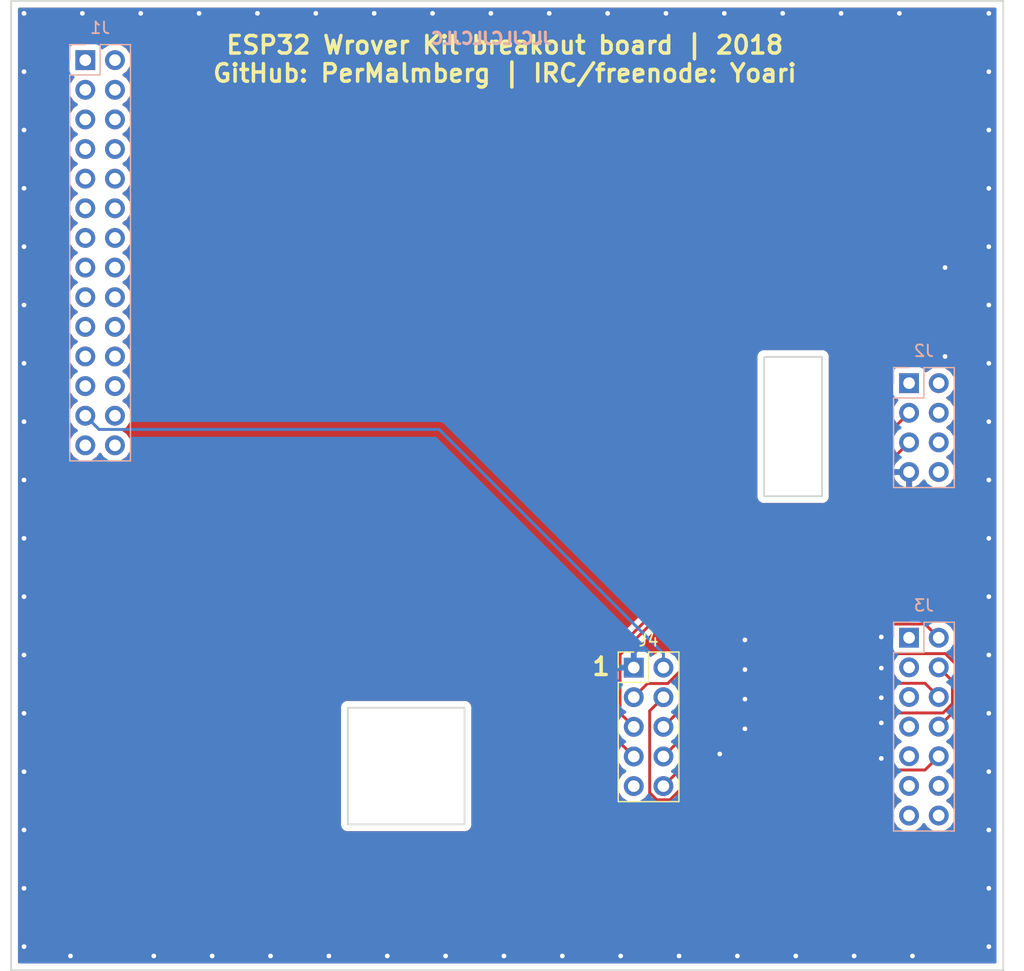
<source format=kicad_pcb>
(kicad_pcb (version 20171130) (host pcbnew 5.0.0-fee4fd1~66~ubuntu18.04.1)

  (general
    (thickness 1.6)
    (drawings 15)
    (tracks 125)
    (zones 0)
    (modules 4)
    (nets 52)
  )

  (page A4)
  (layers
    (0 F.Cu signal)
    (31 B.Cu signal)
    (32 B.Adhes user)
    (33 F.Adhes user)
    (34 B.Paste user)
    (35 F.Paste user)
    (36 B.SilkS user)
    (37 F.SilkS user)
    (38 B.Mask user)
    (39 F.Mask user)
    (40 Dwgs.User user)
    (41 Cmts.User user)
    (42 Eco1.User user)
    (43 Eco2.User user)
    (44 Edge.Cuts user)
    (45 Margin user)
    (46 B.CrtYd user)
    (47 F.CrtYd user)
    (48 B.Fab user)
    (49 F.Fab user)
  )

  (setup
    (last_trace_width 0.25)
    (trace_clearance 0.2)
    (zone_clearance 0.508)
    (zone_45_only no)
    (trace_min 0.2)
    (segment_width 0.2)
    (edge_width 0.15)
    (via_size 0.8)
    (via_drill 0.4)
    (via_min_size 0.4)
    (via_min_drill 0.3)
    (uvia_size 0.3)
    (uvia_drill 0.1)
    (uvias_allowed no)
    (uvia_min_size 0.2)
    (uvia_min_drill 0.1)
    (pcb_text_width 0.3)
    (pcb_text_size 1.5 1.5)
    (mod_edge_width 0.15)
    (mod_text_size 1 1)
    (mod_text_width 0.15)
    (pad_size 1.524 1.524)
    (pad_drill 0.762)
    (pad_to_mask_clearance 0.2)
    (aux_axis_origin 0 0)
    (grid_origin 50 133.1)
    (visible_elements 7FFFFFFF)
    (pcbplotparams
      (layerselection 0x010fc_ffffffff)
      (usegerberextensions false)
      (usegerberattributes false)
      (usegerberadvancedattributes false)
      (creategerberjobfile false)
      (excludeedgelayer true)
      (linewidth 0.100000)
      (plotframeref false)
      (viasonmask false)
      (mode 1)
      (useauxorigin false)
      (hpglpennumber 1)
      (hpglpenspeed 20)
      (hpglpendiameter 15.000000)
      (psnegative false)
      (psa4output false)
      (plotreference true)
      (plotvalue true)
      (plotinvisibletext false)
      (padsonsilk false)
      (subtractmaskfromsilk false)
      (outputformat 1)
      (mirror false)
      (drillshape 0)
      (scaleselection 1)
      (outputdirectory "PCB Manufacturing/"))
  )

  (net 0 "")
  (net 1 /MTCK)
  (net 2 /MTDI)
  (net 3 /MTDO)
  (net 4 /MTMS)
  (net 5 GND)
  (net 6 /CH_Enable)
  (net 7 /IO0_Boot_option)
  (net 8 /RDX)
  (net 9 /TDX)
  (net 10 "Net-(J1-Pad28)")
  (net 11 "Net-(J1-Pad27)")
  (net 12 "Net-(J1-Pad26)")
  (net 13 "Net-(J1-Pad24)")
  (net 14 "Net-(J1-Pad23)")
  (net 15 "Net-(J1-Pad22)")
  (net 16 "Net-(J1-Pad21)")
  (net 17 "Net-(J1-Pad20)")
  (net 18 "Net-(J1-Pad19)")
  (net 19 "Net-(J1-Pad18)")
  (net 20 "Net-(J1-Pad17)")
  (net 21 "Net-(J1-Pad16)")
  (net 22 "Net-(J1-Pad15)")
  (net 23 "Net-(J1-Pad14)")
  (net 24 "Net-(J1-Pad13)")
  (net 25 "Net-(J1-Pad12)")
  (net 26 "Net-(J1-Pad11)")
  (net 27 "Net-(J1-Pad10)")
  (net 28 "Net-(J1-Pad9)")
  (net 29 "Net-(J1-Pad8)")
  (net 30 "Net-(J1-Pad7)")
  (net 31 "Net-(J1-Pad6)")
  (net 32 "Net-(J1-Pad5)")
  (net 33 "Net-(J1-Pad4)")
  (net 34 "Net-(J1-Pad3)")
  (net 35 "Net-(J1-Pad2)")
  (net 36 "Net-(J1-Pad1)")
  (net 37 "Net-(J3-Pad14)")
  (net 38 "Net-(J3-Pad13)")
  (net 39 "Net-(J3-Pad12)")
  (net 40 "Net-(J3-Pad11)")
  (net 41 "Net-(J2-Pad1)")
  (net 42 "Net-(J2-Pad2)")
  (net 43 "Net-(J2-Pad4)")
  (net 44 "Net-(J2-Pad6)")
  (net 45 "Net-(J2-Pad8)")
  (net 46 "Net-(J4-Pad9)")
  (net 47 "Net-(J3-Pad9)")
  (net 48 "Net-(J3-Pad7)")
  (net 49 "Net-(J3-Pad5)")
  (net 50 "Net-(J3-Pad3)")
  (net 51 "Net-(J3-Pad1)")

  (net_class Default "This is the default net class."
    (clearance 0.2)
    (trace_width 0.25)
    (via_dia 0.8)
    (via_drill 0.4)
    (uvia_dia 0.3)
    (uvia_drill 0.1)
    (add_net /CH_Enable)
    (add_net /IO0_Boot_option)
    (add_net /MTCK)
    (add_net /MTDI)
    (add_net /MTDO)
    (add_net /MTMS)
    (add_net /RDX)
    (add_net /TDX)
    (add_net GND)
    (add_net "Net-(J1-Pad1)")
    (add_net "Net-(J1-Pad10)")
    (add_net "Net-(J1-Pad11)")
    (add_net "Net-(J1-Pad12)")
    (add_net "Net-(J1-Pad13)")
    (add_net "Net-(J1-Pad14)")
    (add_net "Net-(J1-Pad15)")
    (add_net "Net-(J1-Pad16)")
    (add_net "Net-(J1-Pad17)")
    (add_net "Net-(J1-Pad18)")
    (add_net "Net-(J1-Pad19)")
    (add_net "Net-(J1-Pad2)")
    (add_net "Net-(J1-Pad20)")
    (add_net "Net-(J1-Pad21)")
    (add_net "Net-(J1-Pad22)")
    (add_net "Net-(J1-Pad23)")
    (add_net "Net-(J1-Pad24)")
    (add_net "Net-(J1-Pad26)")
    (add_net "Net-(J1-Pad27)")
    (add_net "Net-(J1-Pad28)")
    (add_net "Net-(J1-Pad3)")
    (add_net "Net-(J1-Pad4)")
    (add_net "Net-(J1-Pad5)")
    (add_net "Net-(J1-Pad6)")
    (add_net "Net-(J1-Pad7)")
    (add_net "Net-(J1-Pad8)")
    (add_net "Net-(J1-Pad9)")
    (add_net "Net-(J2-Pad1)")
    (add_net "Net-(J2-Pad2)")
    (add_net "Net-(J2-Pad4)")
    (add_net "Net-(J2-Pad6)")
    (add_net "Net-(J2-Pad8)")
    (add_net "Net-(J3-Pad1)")
    (add_net "Net-(J3-Pad11)")
    (add_net "Net-(J3-Pad12)")
    (add_net "Net-(J3-Pad13)")
    (add_net "Net-(J3-Pad14)")
    (add_net "Net-(J3-Pad3)")
    (add_net "Net-(J3-Pad5)")
    (add_net "Net-(J3-Pad7)")
    (add_net "Net-(J3-Pad9)")
    (add_net "Net-(J4-Pad9)")
  )

  (module Connector_PinSocket_2.54mm:PinSocket_2x07_P2.54mm_Vertical (layer B.Cu) (tedit 5BBFA31B) (tstamp 5BB8C0D7)
    (at 126.929 104.592 180)
    (descr "Through hole straight socket strip, 2x07, 2.54mm pitch, double cols (from Kicad 4.0.7), script generated")
    (tags "Through hole socket strip THT 2x07 2.54mm double row")
    (path /5B942D20)
    (fp_text reference J3 (at -1.27 2.77 180) (layer B.SilkS)
      (effects (font (size 1 1) (thickness 0.15)) (justify mirror))
    )
    (fp_text value Conn_02x07_Odd_Even (at -1.27 -18.01 180) (layer B.Fab)
      (effects (font (size 1 1) (thickness 0.15)) (justify mirror))
    )
    (fp_text user %R (at -1.27 -7.62 90) (layer B.Fab)
      (effects (font (size 1 1) (thickness 0.15)) (justify mirror))
    )
    (fp_line (start -4.34 -17) (end -4.34 1.8) (layer B.CrtYd) (width 0.05))
    (fp_line (start 1.76 -17) (end -4.34 -17) (layer B.CrtYd) (width 0.05))
    (fp_line (start 1.76 1.8) (end 1.76 -17) (layer B.CrtYd) (width 0.05))
    (fp_line (start -4.34 1.8) (end 1.76 1.8) (layer B.CrtYd) (width 0.05))
    (fp_line (start 0 1.33) (end 1.33 1.33) (layer B.SilkS) (width 0.12))
    (fp_line (start 1.33 1.33) (end 1.33 0) (layer B.SilkS) (width 0.12))
    (fp_line (start -1.27 1.33) (end -1.27 -1.27) (layer B.SilkS) (width 0.12))
    (fp_line (start -1.27 -1.27) (end 1.33 -1.27) (layer B.SilkS) (width 0.12))
    (fp_line (start 1.33 -1.27) (end 1.33 -16.57) (layer B.SilkS) (width 0.12))
    (fp_line (start -3.87 -16.57) (end 1.33 -16.57) (layer B.SilkS) (width 0.12))
    (fp_line (start -3.87 1.33) (end -3.87 -16.57) (layer B.SilkS) (width 0.12))
    (fp_line (start -3.87 1.33) (end -1.27 1.33) (layer B.SilkS) (width 0.12))
    (fp_line (start -3.81 -16.51) (end -3.81 1.27) (layer B.Fab) (width 0.1))
    (fp_line (start 1.27 -16.51) (end -3.81 -16.51) (layer B.Fab) (width 0.1))
    (fp_line (start 1.27 0.27) (end 1.27 -16.51) (layer B.Fab) (width 0.1))
    (fp_line (start 0.27 1.27) (end 1.27 0.27) (layer B.Fab) (width 0.1))
    (fp_line (start -3.81 1.27) (end 0.27 1.27) (layer B.Fab) (width 0.1))
    (pad 14 thru_hole oval (at -2.54 -15.24 180) (size 1.7 1.7) (drill 1) (layers *.Cu *.Mask)
      (net 37 "Net-(J3-Pad14)"))
    (pad 13 thru_hole oval (at 0 -15.24 180) (size 1.7 1.7) (drill 1) (layers *.Cu *.Mask)
      (net 38 "Net-(J3-Pad13)"))
    (pad 12 thru_hole oval (at -2.54 -12.7 180) (size 1.7 1.7) (drill 1) (layers *.Cu *.Mask)
      (net 39 "Net-(J3-Pad12)"))
    (pad 11 thru_hole oval (at 0 -12.7 180) (size 1.7 1.7) (drill 1) (layers *.Cu *.Mask)
      (net 40 "Net-(J3-Pad11)"))
    (pad 10 thru_hole oval (at -2.54 -10.16 180) (size 1.7 1.7) (drill 1) (layers *.Cu *.Mask)
      (net 1 /MTCK))
    (pad 9 thru_hole oval (at 0 -10.16 180) (size 1.7 1.7) (drill 1) (layers *.Cu *.Mask)
      (net 47 "Net-(J3-Pad9)"))
    (pad 8 thru_hole oval (at -2.54 -7.62 180) (size 1.7 1.7) (drill 1) (layers *.Cu *.Mask)
      (net 2 /MTDI))
    (pad 7 thru_hole oval (at 0 -7.62 180) (size 1.7 1.7) (drill 1) (layers *.Cu *.Mask)
      (net 48 "Net-(J3-Pad7)"))
    (pad 6 thru_hole oval (at -2.54 -5.08 180) (size 1.7 1.7) (drill 1) (layers *.Cu *.Mask)
      (net 3 /MTDO))
    (pad 5 thru_hole oval (at 0 -5.08 180) (size 1.7 1.7) (drill 1) (layers *.Cu *.Mask)
      (net 49 "Net-(J3-Pad5)"))
    (pad 4 thru_hole oval (at -2.54 -2.54 180) (size 1.7 1.7) (drill 1) (layers *.Cu *.Mask)
      (net 4 /MTMS))
    (pad 3 thru_hole oval (at 0 -2.54 180) (size 1.7 1.7) (drill 1) (layers *.Cu *.Mask)
      (net 50 "Net-(J3-Pad3)"))
    (pad 2 thru_hole oval (at -2.54 0 180) (size 1.7 1.7) (drill 1) (layers *.Cu *.Mask)
      (net 6 /CH_Enable))
    (pad 1 thru_hole rect (at 0 0 180) (size 1.7 1.7) (drill 1) (layers *.Cu *.Mask)
      (net 51 "Net-(J3-Pad1)"))
    (model ${KISYS3DMOD}/Connector_PinSocket_2.54mm.3dshapes/PinSocket_2x07_P2.54mm_Vertical.wrl
      (at (xyz 0 0 0))
      (scale (xyz 1 1 1))
      (rotate (xyz 0 0 0))
    )
  )

  (module Connector_PinSocket_2.54mm:PinSocket_2x14_P2.54mm_Vertical (layer B.Cu) (tedit 5BBF91F3) (tstamp 5B9566E0)
    (at 56.35 55.08 180)
    (descr "Through hole straight socket strip, 2x14, 2.54mm pitch, double cols (from Kicad 4.0.7), script generated")
    (tags "Through hole socket strip THT 2x14 2.54mm double row")
    (path /5B94253C)
    (fp_text reference J1 (at -1.27 2.77 180) (layer B.SilkS)
      (effects (font (size 1 1) (thickness 0.15)) (justify mirror))
    )
    (fp_text value Conn_02x14_Odd_Even (at -1.27 -35.79 180) (layer B.Fab)
      (effects (font (size 1 1) (thickness 0.15)) (justify mirror))
    )
    (fp_text user %R (at -1.27 -16.51 90) (layer B.Fab)
      (effects (font (size 1 1) (thickness 0.15)) (justify mirror))
    )
    (fp_line (start -4.34 -34.8) (end -4.34 1.8) (layer B.CrtYd) (width 0.05))
    (fp_line (start 1.76 -34.8) (end -4.34 -34.8) (layer B.CrtYd) (width 0.05))
    (fp_line (start 1.76 1.8) (end 1.76 -34.8) (layer B.CrtYd) (width 0.05))
    (fp_line (start -4.34 1.8) (end 1.76 1.8) (layer B.CrtYd) (width 0.05))
    (fp_line (start 0 1.33) (end 1.33 1.33) (layer B.SilkS) (width 0.12))
    (fp_line (start 1.33 1.33) (end 1.33 0) (layer B.SilkS) (width 0.12))
    (fp_line (start -1.27 1.33) (end -1.27 -1.27) (layer B.SilkS) (width 0.12))
    (fp_line (start -1.27 -1.27) (end 1.33 -1.27) (layer B.SilkS) (width 0.12))
    (fp_line (start 1.33 -1.27) (end 1.33 -34.35) (layer B.SilkS) (width 0.12))
    (fp_line (start -3.87 -34.35) (end 1.33 -34.35) (layer B.SilkS) (width 0.12))
    (fp_line (start -3.87 1.33) (end -3.87 -34.35) (layer B.SilkS) (width 0.12))
    (fp_line (start -3.87 1.33) (end -1.27 1.33) (layer B.SilkS) (width 0.12))
    (fp_line (start -3.81 -34.29) (end -3.81 1.27) (layer B.Fab) (width 0.1))
    (fp_line (start 1.27 -34.29) (end -3.81 -34.29) (layer B.Fab) (width 0.1))
    (fp_line (start 1.27 0.27) (end 1.27 -34.29) (layer B.Fab) (width 0.1))
    (fp_line (start 0.27 1.27) (end 1.27 0.27) (layer B.Fab) (width 0.1))
    (fp_line (start -3.81 1.27) (end 0.27 1.27) (layer B.Fab) (width 0.1))
    (pad 28 thru_hole oval (at -2.54 -33.02 180) (size 1.7 1.7) (drill 1) (layers *.Cu *.Mask)
      (net 10 "Net-(J1-Pad28)"))
    (pad 27 thru_hole oval (at 0 -33.02 180) (size 1.7 1.7) (drill 1) (layers *.Cu *.Mask)
      (net 11 "Net-(J1-Pad27)"))
    (pad 26 thru_hole oval (at -2.54 -30.48 180) (size 1.7 1.7) (drill 1) (layers *.Cu *.Mask)
      (net 12 "Net-(J1-Pad26)"))
    (pad 25 thru_hole oval (at 0 -30.48 180) (size 1.7 1.7) (drill 1) (layers *.Cu *.Mask)
      (net 7 /IO0_Boot_option))
    (pad 24 thru_hole oval (at -2.54 -27.94 180) (size 1.7 1.7) (drill 1) (layers *.Cu *.Mask)
      (net 13 "Net-(J1-Pad24)"))
    (pad 23 thru_hole oval (at 0 -27.94 180) (size 1.7 1.7) (drill 1) (layers *.Cu *.Mask)
      (net 14 "Net-(J1-Pad23)"))
    (pad 22 thru_hole oval (at -2.54 -25.4 180) (size 1.7 1.7) (drill 1) (layers *.Cu *.Mask)
      (net 15 "Net-(J1-Pad22)"))
    (pad 21 thru_hole oval (at 0 -25.4 180) (size 1.7 1.7) (drill 1) (layers *.Cu *.Mask)
      (net 16 "Net-(J1-Pad21)"))
    (pad 20 thru_hole oval (at -2.54 -22.86 180) (size 1.7 1.7) (drill 1) (layers *.Cu *.Mask)
      (net 17 "Net-(J1-Pad20)"))
    (pad 19 thru_hole oval (at 0 -22.86 180) (size 1.7 1.7) (drill 1) (layers *.Cu *.Mask)
      (net 18 "Net-(J1-Pad19)"))
    (pad 18 thru_hole oval (at -2.54 -20.32 180) (size 1.7 1.7) (drill 1) (layers *.Cu *.Mask)
      (net 19 "Net-(J1-Pad18)"))
    (pad 17 thru_hole oval (at 0 -20.32 180) (size 1.7 1.7) (drill 1) (layers *.Cu *.Mask)
      (net 20 "Net-(J1-Pad17)"))
    (pad 16 thru_hole oval (at -2.54 -17.78 180) (size 1.7 1.7) (drill 1) (layers *.Cu *.Mask)
      (net 21 "Net-(J1-Pad16)"))
    (pad 15 thru_hole oval (at 0 -17.78 180) (size 1.7 1.7) (drill 1) (layers *.Cu *.Mask)
      (net 22 "Net-(J1-Pad15)"))
    (pad 14 thru_hole oval (at -2.54 -15.24 180) (size 1.7 1.7) (drill 1) (layers *.Cu *.Mask)
      (net 23 "Net-(J1-Pad14)"))
    (pad 13 thru_hole oval (at 0 -15.24 180) (size 1.7 1.7) (drill 1) (layers *.Cu *.Mask)
      (net 24 "Net-(J1-Pad13)"))
    (pad 12 thru_hole oval (at -2.54 -12.7 180) (size 1.7 1.7) (drill 1) (layers *.Cu *.Mask)
      (net 25 "Net-(J1-Pad12)"))
    (pad 11 thru_hole oval (at 0 -12.7 180) (size 1.7 1.7) (drill 1) (layers *.Cu *.Mask)
      (net 26 "Net-(J1-Pad11)"))
    (pad 10 thru_hole oval (at -2.54 -10.16 180) (size 1.7 1.7) (drill 1) (layers *.Cu *.Mask)
      (net 27 "Net-(J1-Pad10)"))
    (pad 9 thru_hole oval (at 0 -10.16 180) (size 1.7 1.7) (drill 1) (layers *.Cu *.Mask)
      (net 28 "Net-(J1-Pad9)"))
    (pad 8 thru_hole oval (at -2.54 -7.62 180) (size 1.7 1.7) (drill 1) (layers *.Cu *.Mask)
      (net 29 "Net-(J1-Pad8)"))
    (pad 7 thru_hole oval (at 0 -7.62 180) (size 1.7 1.7) (drill 1) (layers *.Cu *.Mask)
      (net 30 "Net-(J1-Pad7)"))
    (pad 6 thru_hole oval (at -2.54 -5.08 180) (size 1.7 1.7) (drill 1) (layers *.Cu *.Mask)
      (net 31 "Net-(J1-Pad6)"))
    (pad 5 thru_hole oval (at 0 -5.08 180) (size 1.7 1.7) (drill 1) (layers *.Cu *.Mask)
      (net 32 "Net-(J1-Pad5)"))
    (pad 4 thru_hole oval (at -2.54 -2.54 180) (size 1.7 1.7) (drill 1) (layers *.Cu *.Mask)
      (net 33 "Net-(J1-Pad4)"))
    (pad 3 thru_hole oval (at 0 -2.54 180) (size 1.7 1.7) (drill 1) (layers *.Cu *.Mask)
      (net 34 "Net-(J1-Pad3)"))
    (pad 2 thru_hole oval (at -2.54 0 180) (size 1.7 1.7) (drill 1) (layers *.Cu *.Mask)
      (net 35 "Net-(J1-Pad2)"))
    (pad 1 thru_hole rect (at 0 0 180) (size 1.7 1.7) (drill 1) (layers *.Cu *.Mask)
      (net 36 "Net-(J1-Pad1)"))
    (model ${KISYS3DMOD}/Connector_PinSocket_2.54mm.3dshapes/PinSocket_2x14_P2.54mm_Vertical.wrl
      (at (xyz 0 0 0))
      (scale (xyz 1 1 1))
      (rotate (xyz 0 0 0))
    )
  )

  (module Connector_PinHeader_2.54mm:PinHeader_2x05_P2.54mm_Vertical (layer F.Cu) (tedit 5BBF920C) (tstamp 5B942CFC)
    (at 103.34 107.15)
    (descr "Through hole straight pin header, 2x05, 2.54mm pitch, double rows")
    (tags "Through hole pin header THT 2x05 2.54mm double row")
    (path /5B8C18D4)
    (fp_text reference J4 (at 1.27 -2.33) (layer F.SilkS)
      (effects (font (size 1 1) (thickness 0.15)))
    )
    (fp_text value Conn_02x05_Odd_Even (at 1.27 12.49) (layer F.Fab)
      (effects (font (size 1 1) (thickness 0.15)))
    )
    (fp_line (start 0 -1.27) (end 3.81 -1.27) (layer F.Fab) (width 0.1))
    (fp_line (start 3.81 -1.27) (end 3.81 11.43) (layer F.Fab) (width 0.1))
    (fp_line (start 3.81 11.43) (end -1.27 11.43) (layer F.Fab) (width 0.1))
    (fp_line (start -1.27 11.43) (end -1.27 0) (layer F.Fab) (width 0.1))
    (fp_line (start -1.27 0) (end 0 -1.27) (layer F.Fab) (width 0.1))
    (fp_line (start -1.33 11.49) (end 3.87 11.49) (layer F.SilkS) (width 0.12))
    (fp_line (start -1.33 1.27) (end -1.33 11.49) (layer F.SilkS) (width 0.12))
    (fp_line (start 3.87 -1.33) (end 3.87 11.49) (layer F.SilkS) (width 0.12))
    (fp_line (start -1.33 1.27) (end 1.27 1.27) (layer F.SilkS) (width 0.12))
    (fp_line (start 1.27 1.27) (end 1.27 -1.33) (layer F.SilkS) (width 0.12))
    (fp_line (start 1.27 -1.33) (end 3.87 -1.33) (layer F.SilkS) (width 0.12))
    (fp_line (start -1.33 0) (end -1.33 -1.33) (layer F.SilkS) (width 0.12))
    (fp_line (start -1.33 -1.33) (end 0 -1.33) (layer F.SilkS) (width 0.12))
    (fp_line (start -1.8 -1.8) (end -1.8 11.95) (layer F.CrtYd) (width 0.05))
    (fp_line (start -1.8 11.95) (end 4.35 11.95) (layer F.CrtYd) (width 0.05))
    (fp_line (start 4.35 11.95) (end 4.35 -1.8) (layer F.CrtYd) (width 0.05))
    (fp_line (start 4.35 -1.8) (end -1.8 -1.8) (layer F.CrtYd) (width 0.05))
    (fp_text user %R (at 1.27 5.08 -270) (layer F.Fab)
      (effects (font (size 1 1) (thickness 0.15)))
    )
    (pad 1 thru_hole rect (at 0 0) (size 1.7 1.7) (drill 1) (layers *.Cu *.Mask)
      (net 5 GND))
    (pad 2 thru_hole oval (at 2.54 0) (size 1.7 1.7) (drill 1) (layers *.Cu *.Mask)
      (net 7 /IO0_Boot_option))
    (pad 3 thru_hole oval (at 0 2.54) (size 1.7 1.7) (drill 1) (layers *.Cu *.Mask)
      (net 6 /CH_Enable))
    (pad 4 thru_hole oval (at 2.54 2.54) (size 1.7 1.7) (drill 1) (layers *.Cu *.Mask)
      (net 1 /MTCK))
    (pad 5 thru_hole oval (at 0 5.08) (size 1.7 1.7) (drill 1) (layers *.Cu *.Mask)
      (net 9 /TDX))
    (pad 6 thru_hole oval (at 2.54 5.08) (size 1.7 1.7) (drill 1) (layers *.Cu *.Mask)
      (net 2 /MTDI))
    (pad 7 thru_hole oval (at 0 7.62) (size 1.7 1.7) (drill 1) (layers *.Cu *.Mask)
      (net 8 /RDX))
    (pad 8 thru_hole oval (at 2.54 7.62) (size 1.7 1.7) (drill 1) (layers *.Cu *.Mask)
      (net 3 /MTDO))
    (pad 9 thru_hole oval (at 0 10.16) (size 1.7 1.7) (drill 1) (layers *.Cu *.Mask)
      (net 46 "Net-(J4-Pad9)"))
    (pad 10 thru_hole oval (at 2.54 10.16) (size 1.7 1.7) (drill 1) (layers *.Cu *.Mask)
      (net 4 /MTMS))
    (model ${KISYS3DMOD}/Connector_PinHeader_2.54mm.3dshapes/PinHeader_2x05_P2.54mm_Vertical.wrl
      (at (xyz 0 0 0))
      (scale (xyz 1 1 1))
      (rotate (xyz 0 0 0))
    )
  )

  (module Connector_PinSocket_2.54mm:PinSocket_2x04_P2.54mm_Vertical (layer B.Cu) (tedit 5BBF91FF) (tstamp 5B942C98)
    (at 126.929 82.767 180)
    (descr "Through hole straight socket strip, 2x04, 2.54mm pitch, double cols (from Kicad 4.0.7), script generated")
    (tags "Through hole socket strip THT 2x04 2.54mm double row")
    (path /5B942BB4)
    (fp_text reference J2 (at -1.27 2.77 180) (layer B.SilkS)
      (effects (font (size 1 1) (thickness 0.15)) (justify mirror))
    )
    (fp_text value Conn_02x04_Odd_Even (at -1.27 -10.39 180) (layer B.Fab)
      (effects (font (size 1 1) (thickness 0.15)) (justify mirror))
    )
    (fp_line (start -3.81 1.27) (end 0.27 1.27) (layer B.Fab) (width 0.1))
    (fp_line (start 0.27 1.27) (end 1.27 0.27) (layer B.Fab) (width 0.1))
    (fp_line (start 1.27 0.27) (end 1.27 -8.89) (layer B.Fab) (width 0.1))
    (fp_line (start 1.27 -8.89) (end -3.81 -8.89) (layer B.Fab) (width 0.1))
    (fp_line (start -3.81 -8.89) (end -3.81 1.27) (layer B.Fab) (width 0.1))
    (fp_line (start -3.87 1.33) (end -1.27 1.33) (layer B.SilkS) (width 0.12))
    (fp_line (start -3.87 1.33) (end -3.87 -8.95) (layer B.SilkS) (width 0.12))
    (fp_line (start -3.87 -8.95) (end 1.33 -8.95) (layer B.SilkS) (width 0.12))
    (fp_line (start 1.33 -1.27) (end 1.33 -8.95) (layer B.SilkS) (width 0.12))
    (fp_line (start -1.27 -1.27) (end 1.33 -1.27) (layer B.SilkS) (width 0.12))
    (fp_line (start -1.27 1.33) (end -1.27 -1.27) (layer B.SilkS) (width 0.12))
    (fp_line (start 1.33 1.33) (end 1.33 0) (layer B.SilkS) (width 0.12))
    (fp_line (start 0 1.33) (end 1.33 1.33) (layer B.SilkS) (width 0.12))
    (fp_line (start -4.34 1.8) (end 1.76 1.8) (layer B.CrtYd) (width 0.05))
    (fp_line (start 1.76 1.8) (end 1.76 -9.4) (layer B.CrtYd) (width 0.05))
    (fp_line (start 1.76 -9.4) (end -4.34 -9.4) (layer B.CrtYd) (width 0.05))
    (fp_line (start -4.34 -9.4) (end -4.34 1.8) (layer B.CrtYd) (width 0.05))
    (fp_text user %R (at -1.27 -3.81 90) (layer B.Fab)
      (effects (font (size 1 1) (thickness 0.15)) (justify mirror))
    )
    (pad 1 thru_hole rect (at 0 0 180) (size 1.7 1.7) (drill 1) (layers *.Cu *.Mask)
      (net 41 "Net-(J2-Pad1)"))
    (pad 2 thru_hole oval (at -2.54 0 180) (size 1.7 1.7) (drill 1) (layers *.Cu *.Mask)
      (net 42 "Net-(J2-Pad2)"))
    (pad 3 thru_hole oval (at 0 -2.54 180) (size 1.7 1.7) (drill 1) (layers *.Cu *.Mask)
      (net 8 /RDX))
    (pad 4 thru_hole oval (at -2.54 -2.54 180) (size 1.7 1.7) (drill 1) (layers *.Cu *.Mask)
      (net 43 "Net-(J2-Pad4)"))
    (pad 5 thru_hole oval (at 0 -5.08 180) (size 1.7 1.7) (drill 1) (layers *.Cu *.Mask)
      (net 9 /TDX))
    (pad 6 thru_hole oval (at -2.54 -5.08 180) (size 1.7 1.7) (drill 1) (layers *.Cu *.Mask)
      (net 44 "Net-(J2-Pad6)"))
    (pad 7 thru_hole oval (at 0 -7.62 180) (size 1.7 1.7) (drill 1) (layers *.Cu *.Mask)
      (net 5 GND))
    (pad 8 thru_hole oval (at -2.54 -7.62 180) (size 1.7 1.7) (drill 1) (layers *.Cu *.Mask)
      (net 45 "Net-(J2-Pad8)"))
    (model ${KISYS3DMOD}/Connector_PinSocket_2.54mm.3dshapes/PinSocket_2x04_P2.54mm_Vertical.wrl
      (at (xyz 0 0 0))
      (scale (xyz 1 1 1))
      (rotate (xyz 0 0 0))
    )
  )

  (gr_text JLCJLCJLCJLC (at 91.148 53.217) (layer B.SilkS)
    (effects (font (size 1 1) (thickness 0.25)) (justify mirror))
  )
  (gr_text 1 (at 100.546 107.065) (layer F.SilkS)
    (effects (font (size 1.5 1.5) (thickness 0.3)))
  )
  (gr_text "ESP32 Wrover Kit breakout board | 2018\nGitHub: PerMalmberg | IRC/freenode: Yoari" (at 92.291 54.995) (layer F.SilkS)
    (effects (font (size 1.5 1.5) (thickness 0.3)))
  )
  (gr_line (start 114.516 80.522) (end 119.469 80.522) (layer Edge.Cuts) (width 0.15))
  (gr_line (start 114.516 92.46) (end 114.516 80.522) (layer Edge.Cuts) (width 0.15))
  (gr_line (start 119.469 92.46) (end 114.516 92.46) (layer Edge.Cuts) (width 0.15))
  (gr_line (start 119.469 80.522) (end 119.469 92.46) (layer Edge.Cuts) (width 0.15) (tstamp 5BBF90C9))
  (gr_line (start 78.843 120.593) (end 88.843 120.593) (layer Edge.Cuts) (width 0.15) (tstamp 5BAD94DC))
  (gr_line (start 88.843 110.593) (end 88.843 120.593) (layer Edge.Cuts) (width 0.15) (tstamp 5BAD94D9))
  (gr_line (start 78.843 110.593) (end 78.843 120.593) (layer Edge.Cuts) (width 0.15))
  (gr_line (start 78.843 110.593) (end 88.843 110.593) (layer Edge.Cuts) (width 0.15))
  (gr_line (start 50 133.1) (end 135 133.1) (layer Edge.Cuts) (width 0.15))
  (gr_line (start 135 50) (end 135 133.1) (layer Edge.Cuts) (width 0.15))
  (gr_line (start 50 50) (end 50 133.1) (layer Edge.Cuts) (width 0.15))
  (gr_line (start 50 50) (end 135 50) (layer Edge.Cuts) (width 0.15))

  (segment (start 105.030001 110.539999) (end 105.88 109.69) (width 0.25) (layer F.Cu) (net 1))
  (segment (start 104.704999 110.865001) (end 105.030001 110.539999) (width 0.25) (layer F.Cu) (net 1))
  (segment (start 104.704999 117.874001) (end 104.704999 110.865001) (width 0.25) (layer F.Cu) (net 1))
  (segment (start 105.315999 118.485001) (end 104.704999 117.874001) (width 0.25) (layer F.Cu) (net 1))
  (segment (start 106.444001 118.485001) (end 105.315999 118.485001) (width 0.25) (layer F.Cu) (net 1))
  (segment (start 109.002001 115.927001) (end 106.444001 118.485001) (width 0.25) (layer F.Cu) (net 1))
  (segment (start 128.293999 115.927001) (end 109.002001 115.927001) (width 0.25) (layer F.Cu) (net 1))
  (segment (start 129.469 114.752) (end 128.293999 115.927001) (width 0.25) (layer F.Cu) (net 1))
  (segment (start 106.729999 111.380001) (end 105.88 112.23) (width 0.25) (layer F.Cu) (net 2))
  (segment (start 112.153001 105.956999) (end 106.729999 111.380001) (width 0.25) (layer F.Cu) (net 2))
  (segment (start 130.033001 105.956999) (end 112.153001 105.956999) (width 0.25) (layer F.Cu) (net 2))
  (segment (start 131.094011 107.018009) (end 130.033001 105.956999) (width 0.25) (layer F.Cu) (net 2))
  (segment (start 131.094011 110.586989) (end 131.094011 107.018009) (width 0.25) (layer F.Cu) (net 2))
  (segment (start 129.469 112.212) (end 131.094011 110.586989) (width 0.25) (layer F.Cu) (net 2))
  (segment (start 128.293999 108.496999) (end 112.153001 108.496999) (width 0.25) (layer F.Cu) (net 3))
  (segment (start 106.729999 113.920001) (end 105.88 114.77) (width 0.25) (layer F.Cu) (net 3))
  (segment (start 112.153001 108.496999) (end 106.729999 113.920001) (width 0.25) (layer F.Cu) (net 3))
  (segment (start 129.469 109.672) (end 128.293999 108.496999) (width 0.25) (layer F.Cu) (net 3))
  (segment (start 106.729999 116.460001) (end 105.88 117.31) (width 0.25) (layer F.Cu) (net 4))
  (segment (start 130.644001 110.236001) (end 129.843003 111.036999) (width 0.25) (layer F.Cu) (net 4))
  (segment (start 130.644001 108.307001) (end 130.644001 110.236001) (width 0.25) (layer F.Cu) (net 4))
  (segment (start 112.153001 111.036999) (end 106.729999 116.460001) (width 0.25) (layer F.Cu) (net 4))
  (segment (start 129.843003 111.036999) (end 112.153001 111.036999) (width 0.25) (layer F.Cu) (net 4))
  (segment (start 129.469 107.132) (end 130.644001 108.307001) (width 0.25) (layer F.Cu) (net 4))
  (via (at 51.1 51.07) (size 0.8) (drill 0.4) (layers F.Cu B.Cu) (net 5))
  (via (at 56.1 51.07) (size 0.8) (drill 0.4) (layers F.Cu B.Cu) (net 5) (tstamp 5B9578E2))
  (via (at 61.1 51.07) (size 0.8) (drill 0.4) (layers F.Cu B.Cu) (net 5) (tstamp 5B9578E3))
  (via (at 66.1 51.07) (size 0.8) (drill 0.4) (layers F.Cu B.Cu) (net 5) (tstamp 5B9578E4))
  (via (at 71.1 51.07) (size 0.8) (drill 0.4) (layers F.Cu B.Cu) (net 5) (tstamp 5B9578E5))
  (via (at 76.1 51.07) (size 0.8) (drill 0.4) (layers F.Cu B.Cu) (net 5) (tstamp 5B9578E6))
  (via (at 81.1 51.07) (size 0.8) (drill 0.4) (layers F.Cu B.Cu) (net 5) (tstamp 5B9578E7))
  (via (at 86.1 51.07) (size 0.8) (drill 0.4) (layers F.Cu B.Cu) (net 5) (tstamp 5B9578E8))
  (via (at 91.1 51.07) (size 0.8) (drill 0.4) (layers F.Cu B.Cu) (net 5) (tstamp 5B9578E9))
  (via (at 96.1 51.07) (size 0.8) (drill 0.4) (layers F.Cu B.Cu) (net 5) (tstamp 5B9578EA))
  (via (at 101.1 51.07) (size 0.8) (drill 0.4) (layers F.Cu B.Cu) (net 5) (tstamp 5B9578EB))
  (via (at 106.1 51.07) (size 0.8) (drill 0.4) (layers F.Cu B.Cu) (net 5) (tstamp 5B9578EC))
  (via (at 111.1 51.07) (size 0.8) (drill 0.4) (layers F.Cu B.Cu) (net 5) (tstamp 5B9578ED))
  (via (at 116.1 51.07) (size 0.8) (drill 0.4) (layers F.Cu B.Cu) (net 5) (tstamp 5B9578EE))
  (via (at 121.1 51.07) (size 0.8) (drill 0.4) (layers F.Cu B.Cu) (net 5) (tstamp 5B9578EF))
  (via (at 126.1 51.07) (size 0.8) (drill 0.4) (layers F.Cu B.Cu) (net 5) (tstamp 5B9578F0))
  (via (at 51.1 131.07) (size 0.8) (drill 0.4) (layers F.Cu B.Cu) (net 5) (tstamp 5B957905))
  (via (at 62.22 131.87) (size 0.8) (drill 0.4) (layers F.Cu B.Cu) (net 5) (tstamp 5B95790E))
  (via (at 67.22 131.87) (size 0.8) (drill 0.4) (layers F.Cu B.Cu) (net 5) (tstamp 5B95790F))
  (via (at 72.22 131.87) (size 0.8) (drill 0.4) (layers F.Cu B.Cu) (net 5) (tstamp 5B957910))
  (via (at 77.22 131.87) (size 0.8) (drill 0.4) (layers F.Cu B.Cu) (net 5) (tstamp 5B957911))
  (via (at 82.22 131.87) (size 0.8) (drill 0.4) (layers F.Cu B.Cu) (net 5) (tstamp 5B957912))
  (via (at 87.22 131.87) (size 0.8) (drill 0.4) (layers F.Cu B.Cu) (net 5) (tstamp 5B957913))
  (via (at 92.22 131.87) (size 0.8) (drill 0.4) (layers F.Cu B.Cu) (net 5) (tstamp 5B957914))
  (via (at 97.22 131.87) (size 0.8) (drill 0.4) (layers F.Cu B.Cu) (net 5) (tstamp 5B957915))
  (via (at 102.22 131.87) (size 0.8) (drill 0.4) (layers F.Cu B.Cu) (net 5) (tstamp 5B957916))
  (via (at 107.22 131.87) (size 0.8) (drill 0.4) (layers F.Cu B.Cu) (net 5) (tstamp 5B957917))
  (via (at 112.22 131.87) (size 0.8) (drill 0.4) (layers F.Cu B.Cu) (net 5) (tstamp 5B957918))
  (via (at 122.22 131.87) (size 0.8) (drill 0.4) (layers F.Cu B.Cu) (net 5) (tstamp 5B95791A))
  (via (at 127.22 131.87) (size 0.8) (drill 0.4) (layers F.Cu B.Cu) (net 5) (tstamp 5B95791B))
  (via (at 133.76 51.07) (size 0.8) (drill 0.4) (layers F.Cu B.Cu) (net 5))
  (via (at 51.1 56.07) (size 0.8) (drill 0.4) (layers F.Cu B.Cu) (net 5) (tstamp 5BB8C5DE))
  (via (at 51.1 61.07) (size 0.8) (drill 0.4) (layers F.Cu B.Cu) (net 5) (tstamp 5BB8C5DF))
  (via (at 51.1 66.07) (size 0.8) (drill 0.4) (layers F.Cu B.Cu) (net 5) (tstamp 5BB8C5E0))
  (via (at 51.1 71.07) (size 0.8) (drill 0.4) (layers F.Cu B.Cu) (net 5) (tstamp 5BB8C5E1))
  (via (at 51.1 76.07) (size 0.8) (drill 0.4) (layers F.Cu B.Cu) (net 5) (tstamp 5BB8C5E2))
  (via (at 51.1 81.07) (size 0.8) (drill 0.4) (layers F.Cu B.Cu) (net 5) (tstamp 5BB8C5E3))
  (via (at 51.1 86.07) (size 0.8) (drill 0.4) (layers F.Cu B.Cu) (net 5) (tstamp 5BB8C5E4))
  (via (at 51.1 91.07) (size 0.8) (drill 0.4) (layers F.Cu B.Cu) (net 5) (tstamp 5BB8C5E5))
  (via (at 51.1 96.07) (size 0.8) (drill 0.4) (layers F.Cu B.Cu) (net 5) (tstamp 5BB8C5E6))
  (via (at 51.1 101.07) (size 0.8) (drill 0.4) (layers F.Cu B.Cu) (net 5) (tstamp 5BB8C5E7))
  (via (at 51.1 106.07) (size 0.8) (drill 0.4) (layers F.Cu B.Cu) (net 5) (tstamp 5BB8C5E8))
  (via (at 51.1 111.07) (size 0.8) (drill 0.4) (layers F.Cu B.Cu) (net 5) (tstamp 5BB8C5E9))
  (via (at 51.1 116.07) (size 0.8) (drill 0.4) (layers F.Cu B.Cu) (net 5) (tstamp 5BB8C5EA))
  (via (at 51.1 121.07) (size 0.8) (drill 0.4) (layers F.Cu B.Cu) (net 5) (tstamp 5BB8C5EB))
  (via (at 51.1 126.07) (size 0.8) (drill 0.4) (layers F.Cu B.Cu) (net 5) (tstamp 5BB8C5EC))
  (via (at 133.76 56.07) (size 0.8) (drill 0.4) (layers F.Cu B.Cu) (net 5) (tstamp 5BB8C5FA))
  (via (at 133.76 61.07) (size 0.8) (drill 0.4) (layers F.Cu B.Cu) (net 5) (tstamp 5BB8C5FB))
  (via (at 133.76 66.07) (size 0.8) (drill 0.4) (layers F.Cu B.Cu) (net 5) (tstamp 5BB8C5FC))
  (via (at 133.76 71.07) (size 0.8) (drill 0.4) (layers F.Cu B.Cu) (net 5) (tstamp 5BB8C5FD))
  (via (at 133.76 76.07) (size 0.8) (drill 0.4) (layers F.Cu B.Cu) (net 5) (tstamp 5BB8C5FE))
  (via (at 133.76 81.07) (size 0.8) (drill 0.4) (layers F.Cu B.Cu) (net 5) (tstamp 5BB8C5FF))
  (via (at 133.76 86.07) (size 0.8) (drill 0.4) (layers F.Cu B.Cu) (net 5) (tstamp 5BB8C600))
  (via (at 133.76 91.07) (size 0.8) (drill 0.4) (layers F.Cu B.Cu) (net 5) (tstamp 5BB8C601))
  (via (at 133.76 96.07) (size 0.8) (drill 0.4) (layers F.Cu B.Cu) (net 5) (tstamp 5BB8C602))
  (via (at 133.76 101.07) (size 0.8) (drill 0.4) (layers F.Cu B.Cu) (net 5) (tstamp 5BB8C603))
  (via (at 133.76 106.07) (size 0.8) (drill 0.4) (layers F.Cu B.Cu) (net 5) (tstamp 5BB8C604))
  (via (at 133.76 111.07) (size 0.8) (drill 0.4) (layers F.Cu B.Cu) (net 5) (tstamp 5BB8C605))
  (via (at 133.76 116.07) (size 0.8) (drill 0.4) (layers F.Cu B.Cu) (net 5) (tstamp 5BB8C606))
  (via (at 133.76 121.07) (size 0.8) (drill 0.4) (layers F.Cu B.Cu) (net 5) (tstamp 5BB8C607))
  (via (at 133.76 126.07) (size 0.8) (drill 0.4) (layers F.Cu B.Cu) (net 5) (tstamp 5BB8C608))
  (via (at 133.76 131.07) (size 0.8) (drill 0.4) (layers F.Cu B.Cu) (net 5) (tstamp 5BB8C609))
  (via (at 55.08 131.87) (size 0.8) (drill 0.4) (layers F.Cu B.Cu) (net 5) (tstamp 5BB8C6CF))
  (via (at 130.01 72.86) (size 0.8) (drill 0.4) (layers F.Cu B.Cu) (net 5))
  (via (at 130.01 80.48) (size 0.8) (drill 0.4) (layers F.Cu B.Cu) (net 5))
  (via (at 117.22 131.87) (size 0.8) (drill 0.4) (layers F.Cu B.Cu) (net 5) (tstamp 5BADA094))
  (via (at 112.865 112.399) (size 0.8) (drill 0.4) (layers F.Cu B.Cu) (net 5))
  (via (at 124.549 111.891) (size 0.8) (drill 0.4) (layers F.Cu B.Cu) (net 5))
  (via (at 124.549 114.939) (size 0.8) (drill 0.4) (layers F.Cu B.Cu) (net 5))
  (via (at 110.706 114.558) (size 0.8) (drill 0.4) (layers F.Cu B.Cu) (net 5))
  (via (at 112.865 109.859) (size 0.8) (drill 0.4) (layers F.Cu B.Cu) (net 5))
  (via (at 124.549 109.732) (size 0.8) (drill 0.4) (layers F.Cu B.Cu) (net 5))
  (via (at 124.549 107.192) (size 0.8) (drill 0.4) (layers F.Cu B.Cu) (net 5))
  (via (at 124.549 104.525) (size 0.8) (drill 0.4) (layers F.Cu B.Cu) (net 5))
  (via (at 112.865 104.779) (size 0.8) (drill 0.4) (layers F.Cu B.Cu) (net 5))
  (via (at 112.865 107.319) (size 0.8) (drill 0.4) (layers F.Cu B.Cu) (net 5))
  (segment (start 104.189999 108.840001) (end 103.34 109.69) (width 0.25) (layer F.Cu) (net 6))
  (segment (start 104.515001 108.514999) (end 104.189999 108.840001) (width 0.25) (layer F.Cu) (net 6))
  (segment (start 106.254003 108.514999) (end 104.515001 108.514999) (width 0.25) (layer F.Cu) (net 6))
  (segment (start 111.352003 103.416999) (end 106.254003 108.514999) (width 0.25) (layer F.Cu) (net 6))
  (segment (start 128.293999 103.416999) (end 111.352003 103.416999) (width 0.25) (layer F.Cu) (net 6))
  (segment (start 129.469 104.592) (end 128.293999 103.416999) (width 0.25) (layer F.Cu) (net 6))
  (segment (start 57.199999 86.409999) (end 56.35 85.56) (width 0.25) (layer B.Cu) (net 7) (status 30))
  (segment (start 57.525001 86.735001) (end 57.199999 86.409999) (width 0.25) (layer B.Cu) (net 7) (status 20))
  (segment (start 86.667082 86.735001) (end 57.525001 86.735001) (width 0.25) (layer B.Cu) (net 7))
  (segment (start 105.88 105.947919) (end 86.667082 86.735001) (width 0.25) (layer B.Cu) (net 7))
  (segment (start 105.88 107.15) (end 105.88 105.947919) (width 0.25) (layer B.Cu) (net 7) (status 10))
  (segment (start 125.311 86.925) (end 125.311 88.82859) (width 0.25) (layer F.Cu) (net 8))
  (segment (start 101.714989 113.144989) (end 102.490001 113.920001) (width 0.25) (layer F.Cu) (net 8))
  (segment (start 126.929 85.307) (end 125.311 86.925) (width 0.25) (layer F.Cu) (net 8))
  (segment (start 119.4626 94.67699) (end 112.80701 94.67699) (width 0.25) (layer F.Cu) (net 8))
  (segment (start 125.311 88.82859) (end 119.4626 94.67699) (width 0.25) (layer F.Cu) (net 8))
  (segment (start 102.490001 113.920001) (end 103.34 114.77) (width 0.25) (layer F.Cu) (net 8))
  (segment (start 101.714989 105.769011) (end 101.714989 113.144989) (width 0.25) (layer F.Cu) (net 8))
  (segment (start 112.80701 94.67699) (end 101.714989 105.769011) (width 0.25) (layer F.Cu) (net 8))
  (segment (start 102.490001 111.380001) (end 103.34 112.23) (width 0.25) (layer F.Cu) (net 9) (status 30))
  (segment (start 102.164999 106.039999) (end 102.164999 111.054999) (width 0.25) (layer F.Cu) (net 9))
  (segment (start 113.077998 95.127) (end 102.164999 106.039999) (width 0.25) (layer F.Cu) (net 9))
  (segment (start 126.929 87.847) (end 119.649 95.127) (width 0.25) (layer F.Cu) (net 9) (status 10))
  (segment (start 102.164999 111.054999) (end 102.490001 111.380001) (width 0.25) (layer F.Cu) (net 9) (status 20))
  (segment (start 119.649 95.127) (end 113.077998 95.127) (width 0.25) (layer F.Cu) (net 9))

  (zone (net 5) (net_name GND) (layer F.Cu) (tstamp 5BADA315) (hatch edge 0.508)
    (connect_pads (clearance 0.508))
    (min_thickness 0.254)
    (fill yes (arc_segments 16) (thermal_gap 0.508) (thermal_bridge_width 0.508))
    (polygon
      (pts
        (xy 50 50) (xy 135 50) (xy 135 133.1) (xy 50 133.1)
      )
    )
    (filled_polygon
      (pts
        (xy 134.290001 132.39) (xy 50.71 132.39) (xy 50.71 110.593) (xy 78.119091 110.593) (xy 78.133 110.662926)
        (xy 78.133001 120.523069) (xy 78.119091 120.593) (xy 78.174195 120.870028) (xy 78.331119 121.104881) (xy 78.565972 121.261805)
        (xy 78.773074 121.303) (xy 78.773075 121.303) (xy 78.843 121.316909) (xy 78.912926 121.303) (xy 88.773075 121.303)
        (xy 88.843 121.316909) (xy 89.120028 121.261805) (xy 89.354881 121.104881) (xy 89.511805 120.870028) (xy 89.553 120.662926)
        (xy 89.566909 120.593) (xy 89.553 120.523074) (xy 89.553 110.662926) (xy 89.566909 110.593) (xy 89.511805 110.315972)
        (xy 89.354881 110.081119) (xy 89.120028 109.924195) (xy 88.912926 109.883) (xy 88.912925 109.883) (xy 88.843 109.869091)
        (xy 88.773074 109.883) (xy 78.912925 109.883) (xy 78.843 109.869091) (xy 78.773074 109.883) (xy 78.565972 109.924195)
        (xy 78.331119 110.081119) (xy 78.174195 110.315972) (xy 78.119091 110.593) (xy 50.71 110.593) (xy 50.71 105.769011)
        (xy 100.940101 105.769011) (xy 100.954989 105.843858) (xy 100.95499 113.070137) (xy 100.940101 113.144989) (xy 100.95499 113.219841)
        (xy 100.985271 113.372072) (xy 100.999086 113.441526) (xy 101.124245 113.628839) (xy 101.167061 113.692918) (xy 101.230516 113.735318)
        (xy 101.898791 114.403593) (xy 101.825908 114.77) (xy 101.941161 115.349418) (xy 102.269375 115.840625) (xy 102.567761 116.04)
        (xy 102.269375 116.239375) (xy 101.941161 116.730582) (xy 101.825908 117.31) (xy 101.941161 117.889418) (xy 102.269375 118.380625)
        (xy 102.760582 118.708839) (xy 103.193744 118.795) (xy 103.486256 118.795) (xy 103.919418 118.708839) (xy 104.246492 118.490295)
        (xy 104.725671 118.969476) (xy 104.76807 119.03293) (xy 104.831523 119.075328) (xy 104.831525 119.07533) (xy 104.956901 119.159103)
        (xy 105.019462 119.200905) (xy 105.241147 119.245001) (xy 105.241151 119.245001) (xy 105.315998 119.259889) (xy 105.390845 119.245001)
        (xy 106.369154 119.245001) (xy 106.444001 119.259889) (xy 106.518848 119.245001) (xy 106.518853 119.245001) (xy 106.740538 119.200905)
        (xy 106.99193 119.03293) (xy 107.034332 118.969471) (xy 109.316804 116.687001) (xy 125.547254 116.687001) (xy 125.530161 116.712582)
        (xy 125.414908 117.292) (xy 125.530161 117.871418) (xy 125.858375 118.362625) (xy 126.156761 118.562) (xy 125.858375 118.761375)
        (xy 125.530161 119.252582) (xy 125.414908 119.832) (xy 125.530161 120.411418) (xy 125.858375 120.902625) (xy 126.349582 121.230839)
        (xy 126.782744 121.317) (xy 127.075256 121.317) (xy 127.508418 121.230839) (xy 127.999625 120.902625) (xy 128.199 120.604239)
        (xy 128.398375 120.902625) (xy 128.889582 121.230839) (xy 129.322744 121.317) (xy 129.615256 121.317) (xy 130.048418 121.230839)
        (xy 130.539625 120.902625) (xy 130.867839 120.411418) (xy 130.983092 119.832) (xy 130.867839 119.252582) (xy 130.539625 118.761375)
        (xy 130.241239 118.562) (xy 130.539625 118.362625) (xy 130.867839 117.871418) (xy 130.983092 117.292) (xy 130.867839 116.712582)
        (xy 130.539625 116.221375) (xy 130.241239 116.022) (xy 130.539625 115.822625) (xy 130.867839 115.331418) (xy 130.983092 114.752)
        (xy 130.867839 114.172582) (xy 130.539625 113.681375) (xy 130.241239 113.482) (xy 130.539625 113.282625) (xy 130.867839 112.791418)
        (xy 130.983092 112.212) (xy 130.910209 111.845592) (xy 131.578484 111.177318) (xy 131.64194 111.134918) (xy 131.809915 110.883526)
        (xy 131.854011 110.661841) (xy 131.854011 110.661837) (xy 131.868899 110.586989) (xy 131.854011 110.512141) (xy 131.854011 107.092857)
        (xy 131.868899 107.018009) (xy 131.854011 106.943161) (xy 131.854011 106.943157) (xy 131.809915 106.721472) (xy 131.809915 106.721471)
        (xy 131.68434 106.533536) (xy 131.64194 106.47008) (xy 131.578484 106.42768) (xy 130.649295 105.498492) (xy 130.867839 105.171418)
        (xy 130.983092 104.592) (xy 130.867839 104.012582) (xy 130.539625 103.521375) (xy 130.048418 103.193161) (xy 129.615256 103.107)
        (xy 129.322744 103.107) (xy 129.102592 103.150791) (xy 128.88433 102.932529) (xy 128.841928 102.86907) (xy 128.590536 102.701095)
        (xy 128.368851 102.656999) (xy 128.368846 102.656999) (xy 128.293999 102.642111) (xy 128.219152 102.656999) (xy 111.426851 102.656999)
        (xy 111.352003 102.642111) (xy 111.277155 102.656999) (xy 111.277151 102.656999) (xy 111.103608 102.691519) (xy 111.055465 102.701095)
        (xy 110.868421 102.826075) (xy 110.804074 102.86907) (xy 110.761674 102.932526) (xy 107.216666 106.477534) (xy 106.950625 106.079375)
        (xy 106.459418 105.751161) (xy 106.026256 105.665) (xy 105.733744 105.665) (xy 105.300582 105.751161) (xy 104.809375 106.079375)
        (xy 104.794904 106.101032) (xy 104.728327 105.940301) (xy 104.549698 105.761673) (xy 104.316309 105.665) (xy 103.62575 105.665)
        (xy 103.467002 105.823748) (xy 103.467002 105.812797) (xy 113.3928 95.887) (xy 119.574153 95.887) (xy 119.649 95.901888)
        (xy 119.723847 95.887) (xy 119.723852 95.887) (xy 119.945537 95.842904) (xy 120.196929 95.674929) (xy 120.239331 95.61147)
        (xy 125.444 90.406802) (xy 125.444 90.514002) (xy 125.608844 90.514002) (xy 125.487524 90.74389) (xy 125.657355 91.153924)
        (xy 126.047642 91.582183) (xy 126.572108 91.828486) (xy 126.802 91.707819) (xy 126.802 90.514) (xy 126.782 90.514)
        (xy 126.782 90.26) (xy 126.802 90.26) (xy 126.802 90.24) (xy 127.056 90.24) (xy 127.056 90.26)
        (xy 127.076 90.26) (xy 127.076 90.514) (xy 127.056 90.514) (xy 127.056 91.707819) (xy 127.285892 91.828486)
        (xy 127.810358 91.582183) (xy 128.197647 91.157214) (xy 128.398375 91.457625) (xy 128.889582 91.785839) (xy 129.322744 91.872)
        (xy 129.615256 91.872) (xy 130.048418 91.785839) (xy 130.539625 91.457625) (xy 130.867839 90.966418) (xy 130.983092 90.387)
        (xy 130.867839 89.807582) (xy 130.539625 89.316375) (xy 130.241239 89.117) (xy 130.539625 88.917625) (xy 130.867839 88.426418)
        (xy 130.983092 87.847) (xy 130.867839 87.267582) (xy 130.539625 86.776375) (xy 130.241239 86.577) (xy 130.539625 86.377625)
        (xy 130.867839 85.886418) (xy 130.983092 85.307) (xy 130.867839 84.727582) (xy 130.539625 84.236375) (xy 130.241239 84.037)
        (xy 130.539625 83.837625) (xy 130.867839 83.346418) (xy 130.983092 82.767) (xy 130.867839 82.187582) (xy 130.539625 81.696375)
        (xy 130.048418 81.368161) (xy 129.615256 81.282) (xy 129.322744 81.282) (xy 128.889582 81.368161) (xy 128.398375 81.696375)
        (xy 128.386184 81.714619) (xy 128.377157 81.669235) (xy 128.236809 81.459191) (xy 128.026765 81.318843) (xy 127.779 81.26956)
        (xy 126.079 81.26956) (xy 125.831235 81.318843) (xy 125.621191 81.459191) (xy 125.480843 81.669235) (xy 125.43156 81.917)
        (xy 125.43156 83.617) (xy 125.480843 83.864765) (xy 125.621191 84.074809) (xy 125.831235 84.215157) (xy 125.876619 84.224184)
        (xy 125.858375 84.236375) (xy 125.530161 84.727582) (xy 125.414908 85.307) (xy 125.487791 85.673408) (xy 124.82653 86.334669)
        (xy 124.763071 86.377071) (xy 124.595096 86.628464) (xy 124.551 86.850149) (xy 124.551 86.850153) (xy 124.536112 86.925)
        (xy 124.551 86.999847) (xy 124.551001 88.513787) (xy 119.147799 93.91699) (xy 112.881858 93.91699) (xy 112.80701 93.902102)
        (xy 112.732162 93.91699) (xy 112.732158 93.91699) (xy 112.510473 93.961086) (xy 112.259081 94.129061) (xy 112.216681 94.192517)
        (xy 101.230519 105.17868) (xy 101.16706 105.221082) (xy 100.999085 105.472475) (xy 100.954989 105.69416) (xy 100.954989 105.694164)
        (xy 100.940101 105.769011) (xy 50.71 105.769011) (xy 50.71 57.62) (xy 54.835908 57.62) (xy 54.951161 58.199418)
        (xy 55.279375 58.690625) (xy 55.577761 58.89) (xy 55.279375 59.089375) (xy 54.951161 59.580582) (xy 54.835908 60.16)
        (xy 54.951161 60.739418) (xy 55.279375 61.230625) (xy 55.577761 61.43) (xy 55.279375 61.629375) (xy 54.951161 62.120582)
        (xy 54.835908 62.7) (xy 54.951161 63.279418) (xy 55.279375 63.770625) (xy 55.577761 63.97) (xy 55.279375 64.169375)
        (xy 54.951161 64.660582) (xy 54.835908 65.24) (xy 54.951161 65.819418) (xy 55.279375 66.310625) (xy 55.577761 66.51)
        (xy 55.279375 66.709375) (xy 54.951161 67.200582) (xy 54.835908 67.78) (xy 54.951161 68.359418) (xy 55.279375 68.850625)
        (xy 55.577761 69.05) (xy 55.279375 69.249375) (xy 54.951161 69.740582) (xy 54.835908 70.32) (xy 54.951161 70.899418)
        (xy 55.279375 71.390625) (xy 55.577761 71.59) (xy 55.279375 71.789375) (xy 54.951161 72.280582) (xy 54.835908 72.86)
        (xy 54.951161 73.439418) (xy 55.279375 73.930625) (xy 55.577761 74.13) (xy 55.279375 74.329375) (xy 54.951161 74.820582)
        (xy 54.835908 75.4) (xy 54.951161 75.979418) (xy 55.279375 76.470625) (xy 55.577761 76.67) (xy 55.279375 76.869375)
        (xy 54.951161 77.360582) (xy 54.835908 77.94) (xy 54.951161 78.519418) (xy 55.279375 79.010625) (xy 55.577761 79.21)
        (xy 55.279375 79.409375) (xy 54.951161 79.900582) (xy 54.835908 80.48) (xy 54.951161 81.059418) (xy 55.279375 81.550625)
        (xy 55.577761 81.75) (xy 55.279375 81.949375) (xy 54.951161 82.440582) (xy 54.835908 83.02) (xy 54.951161 83.599418)
        (xy 55.279375 84.090625) (xy 55.577761 84.29) (xy 55.279375 84.489375) (xy 54.951161 84.980582) (xy 54.835908 85.56)
        (xy 54.951161 86.139418) (xy 55.279375 86.630625) (xy 55.577761 86.83) (xy 55.279375 87.029375) (xy 54.951161 87.520582)
        (xy 54.835908 88.1) (xy 54.951161 88.679418) (xy 55.279375 89.170625) (xy 55.770582 89.498839) (xy 56.203744 89.585)
        (xy 56.496256 89.585) (xy 56.929418 89.498839) (xy 57.420625 89.170625) (xy 57.62 88.872239) (xy 57.819375 89.170625)
        (xy 58.310582 89.498839) (xy 58.743744 89.585) (xy 59.036256 89.585) (xy 59.469418 89.498839) (xy 59.960625 89.170625)
        (xy 60.288839 88.679418) (xy 60.404092 88.1) (xy 60.288839 87.520582) (xy 59.960625 87.029375) (xy 59.662239 86.83)
        (xy 59.960625 86.630625) (xy 60.288839 86.139418) (xy 60.404092 85.56) (xy 60.288839 84.980582) (xy 59.960625 84.489375)
        (xy 59.662239 84.29) (xy 59.960625 84.090625) (xy 60.288839 83.599418) (xy 60.404092 83.02) (xy 60.288839 82.440582)
        (xy 59.960625 81.949375) (xy 59.662239 81.75) (xy 59.960625 81.550625) (xy 60.288839 81.059418) (xy 60.395737 80.522)
        (xy 113.792091 80.522) (xy 113.806001 80.591931) (xy 113.806 92.390074) (xy 113.792091 92.46) (xy 113.847195 92.737028)
        (xy 114.004119 92.971881) (xy 114.238972 93.128805) (xy 114.516 93.183909) (xy 114.585925 93.17) (xy 119.399075 93.17)
        (xy 119.469 93.183909) (xy 119.746028 93.128805) (xy 119.980881 92.971881) (xy 120.137805 92.737028) (xy 120.179 92.529926)
        (xy 120.179 92.529925) (xy 120.192909 92.46) (xy 120.179 92.390074) (xy 120.179 80.591926) (xy 120.192909 80.522)
        (xy 120.137805 80.244972) (xy 119.980881 80.010119) (xy 119.746028 79.853195) (xy 119.538926 79.812) (xy 119.538925 79.812)
        (xy 119.469 79.798091) (xy 119.399074 79.812) (xy 114.585926 79.812) (xy 114.516 79.798091) (xy 114.446075 79.812)
        (xy 114.446074 79.812) (xy 114.238972 79.853195) (xy 114.004119 80.010119) (xy 113.847195 80.244972) (xy 113.792091 80.522)
        (xy 60.395737 80.522) (xy 60.404092 80.48) (xy 60.288839 79.900582) (xy 59.960625 79.409375) (xy 59.662239 79.21)
        (xy 59.960625 79.010625) (xy 60.288839 78.519418) (xy 60.404092 77.94) (xy 60.288839 77.360582) (xy 59.960625 76.869375)
        (xy 59.662239 76.67) (xy 59.960625 76.470625) (xy 60.288839 75.979418) (xy 60.404092 75.4) (xy 60.288839 74.820582)
        (xy 59.960625 74.329375) (xy 59.662239 74.13) (xy 59.960625 73.930625) (xy 60.288839 73.439418) (xy 60.404092 72.86)
        (xy 60.288839 72.280582) (xy 59.960625 71.789375) (xy 59.662239 71.59) (xy 59.960625 71.390625) (xy 60.288839 70.899418)
        (xy 60.404092 70.32) (xy 60.288839 69.740582) (xy 59.960625 69.249375) (xy 59.662239 69.05) (xy 59.960625 68.850625)
        (xy 60.288839 68.359418) (xy 60.404092 67.78) (xy 60.288839 67.200582) (xy 59.960625 66.709375) (xy 59.662239 66.51)
        (xy 59.960625 66.310625) (xy 60.288839 65.819418) (xy 60.404092 65.24) (xy 60.288839 64.660582) (xy 59.960625 64.169375)
        (xy 59.662239 63.97) (xy 59.960625 63.770625) (xy 60.288839 63.279418) (xy 60.404092 62.7) (xy 60.288839 62.120582)
        (xy 59.960625 61.629375) (xy 59.662239 61.43) (xy 59.960625 61.230625) (xy 60.288839 60.739418) (xy 60.404092 60.16)
        (xy 60.288839 59.580582) (xy 59.960625 59.089375) (xy 59.662239 58.89) (xy 59.960625 58.690625) (xy 60.288839 58.199418)
        (xy 60.404092 57.62) (xy 60.288839 57.040582) (xy 59.960625 56.549375) (xy 59.662239 56.35) (xy 59.960625 56.150625)
        (xy 60.288839 55.659418) (xy 60.404092 55.08) (xy 60.288839 54.500582) (xy 59.960625 54.009375) (xy 59.469418 53.681161)
        (xy 59.036256 53.595) (xy 58.743744 53.595) (xy 58.310582 53.681161) (xy 57.819375 54.009375) (xy 57.807184 54.027619)
        (xy 57.798157 53.982235) (xy 57.657809 53.772191) (xy 57.447765 53.631843) (xy 57.2 53.58256) (xy 55.5 53.58256)
        (xy 55.252235 53.631843) (xy 55.042191 53.772191) (xy 54.901843 53.982235) (xy 54.85256 54.23) (xy 54.85256 55.93)
        (xy 54.901843 56.177765) (xy 55.042191 56.387809) (xy 55.252235 56.528157) (xy 55.297619 56.537184) (xy 55.279375 56.549375)
        (xy 54.951161 57.040582) (xy 54.835908 57.62) (xy 50.71 57.62) (xy 50.71 50.71) (xy 134.29 50.71)
      )
    )
    (filled_polygon
      (pts
        (xy 125.414908 112.212) (xy 125.530161 112.791418) (xy 125.858375 113.282625) (xy 126.156761 113.482) (xy 125.858375 113.681375)
        (xy 125.530161 114.172582) (xy 125.414908 114.752) (xy 125.497457 115.167001) (xy 109.0978 115.167001) (xy 112.467803 111.796999)
        (xy 125.497457 111.796999)
      )
    )
    (filled_polygon
      (pts
        (xy 125.414908 109.672) (xy 125.530161 110.251418) (xy 125.547254 110.276999) (xy 112.227848 110.276999) (xy 112.153001 110.262111)
        (xy 112.078154 110.276999) (xy 112.078149 110.276999) (xy 111.856464 110.321095) (xy 111.605072 110.48907) (xy 111.562672 110.552526)
        (xy 107.38598 114.729219) (xy 107.321209 114.403592) (xy 112.467803 109.256999) (xy 125.497457 109.256999)
      )
    )
    (filled_polygon
      (pts
        (xy 125.414908 107.132) (xy 125.530161 107.711418) (xy 125.547254 107.736999) (xy 112.227848 107.736999) (xy 112.153001 107.722111)
        (xy 112.078154 107.736999) (xy 112.078149 107.736999) (xy 111.856464 107.781095) (xy 111.605072 107.94907) (xy 111.562672 108.012526)
        (xy 107.38598 112.189219) (xy 107.321209 111.863592) (xy 112.467803 106.716999) (xy 125.497457 106.716999)
      )
    )
    (filled_polygon
      (pts
        (xy 125.43156 105.196999) (xy 112.227848 105.196999) (xy 112.153001 105.182111) (xy 112.078154 105.196999) (xy 112.078149 105.196999)
        (xy 111.856464 105.241095) (xy 111.605072 105.40907) (xy 111.562672 105.472526) (xy 107.38598 109.649219) (xy 107.278839 109.110582)
        (xy 107.060295 108.783508) (xy 111.666805 104.176999) (xy 125.43156 104.176999)
      )
    )
    (filled_polygon
      (pts
        (xy 103.467 107.023) (xy 103.487 107.023) (xy 103.487 107.277) (xy 103.467 107.277) (xy 103.467 107.297)
        (xy 103.213 107.297) (xy 103.213 107.277) (xy 103.193 107.277) (xy 103.193 107.023) (xy 103.213 107.023)
        (xy 103.213 107.003) (xy 103.467 107.003)
      )
    )
  )
  (zone (net 5) (net_name GND) (layer B.Cu) (tstamp 5BADA312) (hatch edge 0.508)
    (connect_pads (clearance 0.508))
    (min_thickness 0.254)
    (fill yes (arc_segments 16) (thermal_gap 0.508) (thermal_bridge_width 0.508))
    (polygon
      (pts
        (xy 50 50.03) (xy 135 50.03) (xy 135 133.13) (xy 50 133.13)
      )
    )
    (filled_polygon
      (pts
        (xy 134.290001 132.39) (xy 50.71 132.39) (xy 50.71 110.593) (xy 78.119091 110.593) (xy 78.133 110.662926)
        (xy 78.133001 120.523069) (xy 78.119091 120.593) (xy 78.174195 120.870028) (xy 78.331119 121.104881) (xy 78.565972 121.261805)
        (xy 78.773074 121.303) (xy 78.773075 121.303) (xy 78.843 121.316909) (xy 78.912926 121.303) (xy 88.773075 121.303)
        (xy 88.843 121.316909) (xy 89.120028 121.261805) (xy 89.354881 121.104881) (xy 89.511805 120.870028) (xy 89.553 120.662926)
        (xy 89.566909 120.593) (xy 89.553 120.523074) (xy 89.553 110.662926) (xy 89.566909 110.593) (xy 89.511805 110.315972)
        (xy 89.354881 110.081119) (xy 89.120028 109.924195) (xy 88.912926 109.883) (xy 88.912925 109.883) (xy 88.843 109.869091)
        (xy 88.773074 109.883) (xy 78.912925 109.883) (xy 78.843 109.869091) (xy 78.773074 109.883) (xy 78.565972 109.924195)
        (xy 78.331119 110.081119) (xy 78.174195 110.315972) (xy 78.119091 110.593) (xy 50.71 110.593) (xy 50.71 106.17369)
        (xy 101.855 106.17369) (xy 101.855 106.86425) (xy 102.01375 107.023) (xy 103.213 107.023) (xy 103.213 105.82375)
        (xy 103.05425 105.665) (xy 102.363691 105.665) (xy 102.130302 105.761673) (xy 101.951673 105.940301) (xy 101.855 106.17369)
        (xy 50.71 106.17369) (xy 50.71 57.62) (xy 54.835908 57.62) (xy 54.951161 58.199418) (xy 55.279375 58.690625)
        (xy 55.577761 58.89) (xy 55.279375 59.089375) (xy 54.951161 59.580582) (xy 54.835908 60.16) (xy 54.951161 60.739418)
        (xy 55.279375 61.230625) (xy 55.577761 61.43) (xy 55.279375 61.629375) (xy 54.951161 62.120582) (xy 54.835908 62.7)
        (xy 54.951161 63.279418) (xy 55.279375 63.770625) (xy 55.577761 63.97) (xy 55.279375 64.169375) (xy 54.951161 64.660582)
        (xy 54.835908 65.24) (xy 54.951161 65.819418) (xy 55.279375 66.310625) (xy 55.577761 66.51) (xy 55.279375 66.709375)
        (xy 54.951161 67.200582) (xy 54.835908 67.78) (xy 54.951161 68.359418) (xy 55.279375 68.850625) (xy 55.577761 69.05)
        (xy 55.279375 69.249375) (xy 54.951161 69.740582) (xy 54.835908 70.32) (xy 54.951161 70.899418) (xy 55.279375 71.390625)
        (xy 55.577761 71.59) (xy 55.279375 71.789375) (xy 54.951161 72.280582) (xy 54.835908 72.86) (xy 54.951161 73.439418)
        (xy 55.279375 73.930625) (xy 55.577761 74.13) (xy 55.279375 74.329375) (xy 54.951161 74.820582) (xy 54.835908 75.4)
        (xy 54.951161 75.979418) (xy 55.279375 76.470625) (xy 55.577761 76.67) (xy 55.279375 76.869375) (xy 54.951161 77.360582)
        (xy 54.835908 77.94) (xy 54.951161 78.519418) (xy 55.279375 79.010625) (xy 55.577761 79.21) (xy 55.279375 79.409375)
        (xy 54.951161 79.900582) (xy 54.835908 80.48) (xy 54.951161 81.059418) (xy 55.279375 81.550625) (xy 55.577761 81.75)
        (xy 55.279375 81.949375) (xy 54.951161 82.440582) (xy 54.835908 83.02) (xy 54.951161 83.599418) (xy 55.279375 84.090625)
        (xy 55.577761 84.29) (xy 55.279375 84.489375) (xy 54.951161 84.980582) (xy 54.835908 85.56) (xy 54.951161 86.139418)
        (xy 55.279375 86.630625) (xy 55.577761 86.83) (xy 55.279375 87.029375) (xy 54.951161 87.520582) (xy 54.835908 88.1)
        (xy 54.951161 88.679418) (xy 55.279375 89.170625) (xy 55.770582 89.498839) (xy 56.203744 89.585) (xy 56.496256 89.585)
        (xy 56.929418 89.498839) (xy 57.420625 89.170625) (xy 57.62 88.872239) (xy 57.819375 89.170625) (xy 58.310582 89.498839)
        (xy 58.743744 89.585) (xy 59.036256 89.585) (xy 59.469418 89.498839) (xy 59.960625 89.170625) (xy 60.288839 88.679418)
        (xy 60.404092 88.1) (xy 60.288839 87.520582) (xy 60.271746 87.495001) (xy 86.352281 87.495001) (xy 104.885673 106.028394)
        (xy 104.809375 106.079375) (xy 104.794904 106.101032) (xy 104.728327 105.940301) (xy 104.549698 105.761673) (xy 104.316309 105.665)
        (xy 103.62575 105.665) (xy 103.467 105.82375) (xy 103.467 107.023) (xy 103.487 107.023) (xy 103.487 107.277)
        (xy 103.467 107.277) (xy 103.467 107.297) (xy 103.213 107.297) (xy 103.213 107.277) (xy 102.01375 107.277)
        (xy 101.855 107.43575) (xy 101.855 108.12631) (xy 101.951673 108.359699) (xy 102.130302 108.538327) (xy 102.291033 108.604904)
        (xy 102.269375 108.619375) (xy 101.941161 109.110582) (xy 101.825908 109.69) (xy 101.941161 110.269418) (xy 102.269375 110.760625)
        (xy 102.567761 110.96) (xy 102.269375 111.159375) (xy 101.941161 111.650582) (xy 101.825908 112.23) (xy 101.941161 112.809418)
        (xy 102.269375 113.300625) (xy 102.567761 113.5) (xy 102.269375 113.699375) (xy 101.941161 114.190582) (xy 101.825908 114.77)
        (xy 101.941161 115.349418) (xy 102.269375 115.840625) (xy 102.567761 116.04) (xy 102.269375 116.239375) (xy 101.941161 116.730582)
        (xy 101.825908 117.31) (xy 101.941161 117.889418) (xy 102.269375 118.380625) (xy 102.760582 118.708839) (xy 103.193744 118.795)
        (xy 103.486256 118.795) (xy 103.919418 118.708839) (xy 104.410625 118.380625) (xy 104.61 118.082239) (xy 104.809375 118.380625)
        (xy 105.300582 118.708839) (xy 105.733744 118.795) (xy 106.026256 118.795) (xy 106.459418 118.708839) (xy 106.950625 118.380625)
        (xy 107.278839 117.889418) (xy 107.394092 117.31) (xy 107.278839 116.730582) (xy 106.950625 116.239375) (xy 106.652239 116.04)
        (xy 106.950625 115.840625) (xy 107.278839 115.349418) (xy 107.394092 114.77) (xy 107.278839 114.190582) (xy 106.950625 113.699375)
        (xy 106.652239 113.5) (xy 106.950625 113.300625) (xy 107.278839 112.809418) (xy 107.394092 112.23) (xy 107.278839 111.650582)
        (xy 106.950625 111.159375) (xy 106.652239 110.96) (xy 106.950625 110.760625) (xy 107.278839 110.269418) (xy 107.394092 109.69)
        (xy 107.278839 109.110582) (xy 106.950625 108.619375) (xy 106.652239 108.42) (xy 106.950625 108.220625) (xy 107.278839 107.729418)
        (xy 107.394092 107.15) (xy 107.390512 107.132) (xy 125.414908 107.132) (xy 125.530161 107.711418) (xy 125.858375 108.202625)
        (xy 126.156761 108.402) (xy 125.858375 108.601375) (xy 125.530161 109.092582) (xy 125.414908 109.672) (xy 125.530161 110.251418)
        (xy 125.858375 110.742625) (xy 126.156761 110.942) (xy 125.858375 111.141375) (xy 125.530161 111.632582) (xy 125.414908 112.212)
        (xy 125.530161 112.791418) (xy 125.858375 113.282625) (xy 126.156761 113.482) (xy 125.858375 113.681375) (xy 125.530161 114.172582)
        (xy 125.414908 114.752) (xy 125.530161 115.331418) (xy 125.858375 115.822625) (xy 126.156761 116.022) (xy 125.858375 116.221375)
        (xy 125.530161 116.712582) (xy 125.414908 117.292) (xy 125.530161 117.871418) (xy 125.858375 118.362625) (xy 126.156761 118.562)
        (xy 125.858375 118.761375) (xy 125.530161 119.252582) (xy 125.414908 119.832) (xy 125.530161 120.411418) (xy 125.858375 120.902625)
        (xy 126.349582 121.230839) (xy 126.782744 121.317) (xy 127.075256 121.317) (xy 127.508418 121.230839) (xy 127.999625 120.902625)
        (xy 128.199 120.604239) (xy 128.398375 120.902625) (xy 128.889582 121.230839) (xy 129.322744 121.317) (xy 129.615256 121.317)
        (xy 130.048418 121.230839) (xy 130.539625 120.902625) (xy 130.867839 120.411418) (xy 130.983092 119.832) (xy 130.867839 119.252582)
        (xy 130.539625 118.761375) (xy 130.241239 118.562) (xy 130.539625 118.362625) (xy 130.867839 117.871418) (xy 130.983092 117.292)
        (xy 130.867839 116.712582) (xy 130.539625 116.221375) (xy 130.241239 116.022) (xy 130.539625 115.822625) (xy 130.867839 115.331418)
        (xy 130.983092 114.752) (xy 130.867839 114.172582) (xy 130.539625 113.681375) (xy 130.241239 113.482) (xy 130.539625 113.282625)
        (xy 130.867839 112.791418) (xy 130.983092 112.212) (xy 130.867839 111.632582) (xy 130.539625 111.141375) (xy 130.241239 110.942)
        (xy 130.539625 110.742625) (xy 130.867839 110.251418) (xy 130.983092 109.672) (xy 130.867839 109.092582) (xy 130.539625 108.601375)
        (xy 130.241239 108.402) (xy 130.539625 108.202625) (xy 130.867839 107.711418) (xy 130.983092 107.132) (xy 130.867839 106.552582)
        (xy 130.539625 106.061375) (xy 130.241239 105.862) (xy 130.539625 105.662625) (xy 130.867839 105.171418) (xy 130.983092 104.592)
        (xy 130.867839 104.012582) (xy 130.539625 103.521375) (xy 130.048418 103.193161) (xy 129.615256 103.107) (xy 129.322744 103.107)
        (xy 128.889582 103.193161) (xy 128.398375 103.521375) (xy 128.386184 103.539619) (xy 128.377157 103.494235) (xy 128.236809 103.284191)
        (xy 128.026765 103.143843) (xy 127.779 103.09456) (xy 126.079 103.09456) (xy 125.831235 103.143843) (xy 125.621191 103.284191)
        (xy 125.480843 103.494235) (xy 125.43156 103.742) (xy 125.43156 105.442) (xy 125.480843 105.689765) (xy 125.621191 105.899809)
        (xy 125.831235 106.040157) (xy 125.876619 106.049184) (xy 125.858375 106.061375) (xy 125.530161 106.552582) (xy 125.414908 107.132)
        (xy 107.390512 107.132) (xy 107.278839 106.570582) (xy 106.950625 106.079375) (xy 106.639714 105.871631) (xy 106.595904 105.651382)
        (xy 106.427929 105.39999) (xy 106.364473 105.35759) (xy 87.257413 86.250531) (xy 87.215011 86.187072) (xy 86.963619 86.019097)
        (xy 86.741934 85.975001) (xy 86.741929 85.975001) (xy 86.667082 85.960113) (xy 86.592235 85.975001) (xy 60.321543 85.975001)
        (xy 60.404092 85.56) (xy 60.288839 84.980582) (xy 59.960625 84.489375) (xy 59.662239 84.29) (xy 59.960625 84.090625)
        (xy 60.288839 83.599418) (xy 60.404092 83.02) (xy 60.288839 82.440582) (xy 59.960625 81.949375) (xy 59.662239 81.75)
        (xy 59.960625 81.550625) (xy 60.288839 81.059418) (xy 60.395737 80.522) (xy 113.792091 80.522) (xy 113.806001 80.591931)
        (xy 113.806 92.390074) (xy 113.792091 92.46) (xy 113.847195 92.737028) (xy 114.004119 92.971881) (xy 114.238972 93.128805)
        (xy 114.516 93.183909) (xy 114.585925 93.17) (xy 119.399075 93.17) (xy 119.469 93.183909) (xy 119.746028 93.128805)
        (xy 119.980881 92.971881) (xy 120.137805 92.737028) (xy 120.179 92.529926) (xy 120.179 92.529925) (xy 120.192909 92.46)
        (xy 120.179 92.390074) (xy 120.179 90.74389) (xy 125.487524 90.74389) (xy 125.657355 91.153924) (xy 126.047642 91.582183)
        (xy 126.572108 91.828486) (xy 126.802 91.707819) (xy 126.802 90.514) (xy 125.608845 90.514) (xy 125.487524 90.74389)
        (xy 120.179 90.74389) (xy 120.179 85.307) (xy 125.414908 85.307) (xy 125.530161 85.886418) (xy 125.858375 86.377625)
        (xy 126.156761 86.577) (xy 125.858375 86.776375) (xy 125.530161 87.267582) (xy 125.414908 87.847) (xy 125.530161 88.426418)
        (xy 125.858375 88.917625) (xy 126.177478 89.130843) (xy 126.047642 89.191817) (xy 125.657355 89.620076) (xy 125.487524 90.03011)
        (xy 125.608845 90.26) (xy 126.802 90.26) (xy 126.802 90.24) (xy 127.056 90.24) (xy 127.056 90.26)
        (xy 127.076 90.26) (xy 127.076 90.514) (xy 127.056 90.514) (xy 127.056 91.707819) (xy 127.285892 91.828486)
        (xy 127.810358 91.582183) (xy 128.197647 91.157214) (xy 128.398375 91.457625) (xy 128.889582 91.785839) (xy 129.322744 91.872)
        (xy 129.615256 91.872) (xy 130.048418 91.785839) (xy 130.539625 91.457625) (xy 130.867839 90.966418) (xy 130.983092 90.387)
        (xy 130.867839 89.807582) (xy 130.539625 89.316375) (xy 130.241239 89.117) (xy 130.539625 88.917625) (xy 130.867839 88.426418)
        (xy 130.983092 87.847) (xy 130.867839 87.267582) (xy 130.539625 86.776375) (xy 130.241239 86.577) (xy 130.539625 86.377625)
        (xy 130.867839 85.886418) (xy 130.983092 85.307) (xy 130.867839 84.727582) (xy 130.539625 84.236375) (xy 130.241239 84.037)
        (xy 130.539625 83.837625) (xy 130.867839 83.346418) (xy 130.983092 82.767) (xy 130.867839 82.187582) (xy 130.539625 81.696375)
        (xy 130.048418 81.368161) (xy 129.615256 81.282) (xy 129.322744 81.282) (xy 128.889582 81.368161) (xy 128.398375 81.696375)
        (xy 128.386184 81.714619) (xy 128.377157 81.669235) (xy 128.236809 81.459191) (xy 128.026765 81.318843) (xy 127.779 81.26956)
        (xy 126.079 81.26956) (xy 125.831235 81.318843) (xy 125.621191 81.459191) (xy 125.480843 81.669235) (xy 125.43156 81.917)
        (xy 125.43156 83.617) (xy 125.480843 83.864765) (xy 125.621191 84.074809) (xy 125.831235 84.215157) (xy 125.876619 84.224184)
        (xy 125.858375 84.236375) (xy 125.530161 84.727582) (xy 125.414908 85.307) (xy 120.179 85.307) (xy 120.179 80.591926)
        (xy 120.192909 80.522) (xy 120.137805 80.244972) (xy 119.980881 80.010119) (xy 119.746028 79.853195) (xy 119.538926 79.812)
        (xy 119.538925 79.812) (xy 119.469 79.798091) (xy 119.399074 79.812) (xy 114.585926 79.812) (xy 114.516 79.798091)
        (xy 114.446075 79.812) (xy 114.446074 79.812) (xy 114.238972 79.853195) (xy 114.004119 80.010119) (xy 113.847195 80.244972)
        (xy 113.792091 80.522) (xy 60.395737 80.522) (xy 60.404092 80.48) (xy 60.288839 79.900582) (xy 59.960625 79.409375)
        (xy 59.662239 79.21) (xy 59.960625 79.010625) (xy 60.288839 78.519418) (xy 60.404092 77.94) (xy 60.288839 77.360582)
        (xy 59.960625 76.869375) (xy 59.662239 76.67) (xy 59.960625 76.470625) (xy 60.288839 75.979418) (xy 60.404092 75.4)
        (xy 60.288839 74.820582) (xy 59.960625 74.329375) (xy 59.662239 74.13) (xy 59.960625 73.930625) (xy 60.288839 73.439418)
        (xy 60.404092 72.86) (xy 60.288839 72.280582) (xy 59.960625 71.789375) (xy 59.662239 71.59) (xy 59.960625 71.390625)
        (xy 60.288839 70.899418) (xy 60.404092 70.32) (xy 60.288839 69.740582) (xy 59.960625 69.249375) (xy 59.662239 69.05)
        (xy 59.960625 68.850625) (xy 60.288839 68.359418) (xy 60.404092 67.78) (xy 60.288839 67.200582) (xy 59.960625 66.709375)
        (xy 59.662239 66.51) (xy 59.960625 66.310625) (xy 60.288839 65.819418) (xy 60.404092 65.24) (xy 60.288839 64.660582)
        (xy 59.960625 64.169375) (xy 59.662239 63.97) (xy 59.960625 63.770625) (xy 60.288839 63.279418) (xy 60.404092 62.7)
        (xy 60.288839 62.120582) (xy 59.960625 61.629375) (xy 59.662239 61.43) (xy 59.960625 61.230625) (xy 60.288839 60.739418)
        (xy 60.404092 60.16) (xy 60.288839 59.580582) (xy 59.960625 59.089375) (xy 59.662239 58.89) (xy 59.960625 58.690625)
        (xy 60.288839 58.199418) (xy 60.404092 57.62) (xy 60.288839 57.040582) (xy 59.960625 56.549375) (xy 59.662239 56.35)
        (xy 59.960625 56.150625) (xy 60.288839 55.659418) (xy 60.404092 55.08) (xy 60.288839 54.500582) (xy 59.960625 54.009375)
        (xy 59.469418 53.681161) (xy 59.036256 53.595) (xy 58.743744 53.595) (xy 58.310582 53.681161) (xy 57.819375 54.009375)
        (xy 57.807184 54.027619) (xy 57.798157 53.982235) (xy 57.657809 53.772191) (xy 57.447765 53.631843) (xy 57.2 53.58256)
        (xy 55.5 53.58256) (xy 55.252235 53.631843) (xy 55.042191 53.772191) (xy 54.901843 53.982235) (xy 54.85256 54.23)
        (xy 54.85256 55.93) (xy 54.901843 56.177765) (xy 55.042191 56.387809) (xy 55.252235 56.528157) (xy 55.297619 56.537184)
        (xy 55.279375 56.549375) (xy 54.951161 57.040582) (xy 54.835908 57.62) (xy 50.71 57.62) (xy 50.71 50.71)
        (xy 134.29 50.71)
      )
    )
  )
)

</source>
